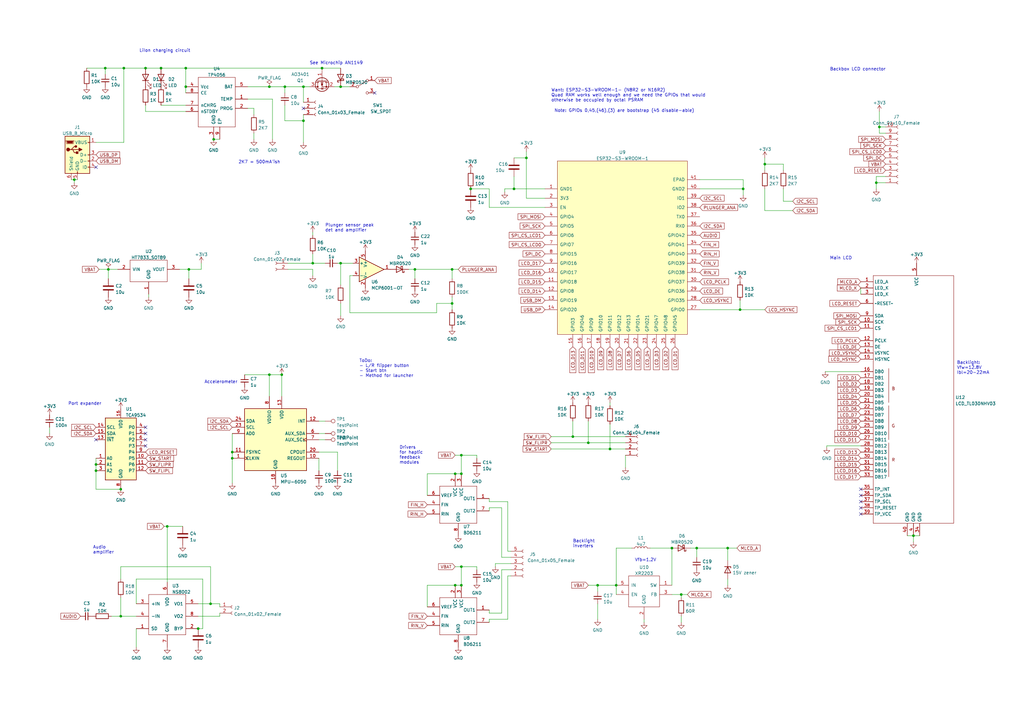
<source format=kicad_sch>
(kicad_sch (version 20230121) (generator eeschema)
  (paper "A3")
  (junction (at 189.23 240.03))
  (junction (at 124.46 35.56))
  (junction (at 110.49 35.56))
  (junction (at 30.48 73.66))
  (junction (at 95.25 187.96))
  (junction (at 86.36 247.65))
  (junction (at 76.2 35.56))
  (junction (at 185.42 124.46))
  (junction (at 139.7 35.56))
  (junction (at 245.11 240.03))
  (junction (at 43.18 27.94))
  (junction (at 279.4 243.84))
  (junction (at 116.84 35.56))
  (junction (at 128.27 107.95))
  (junction (at 77.47 110.49))
  (junction (at 241.3 181.61))
  (junction (at 95.25 185.42))
  (junction (at 186.69 240.03))
  (junction (at 115.57 153.67))
  (junction (at 66.04 27.94))
  (junction (at 39.37 190.5))
  (junction (at 110.49 153.67))
  (junction (at 285.75 224.79))
  (junction (at 59.69 27.94))
  (junction (at 210.82 77.47))
  (junction (at 50.8 27.94))
  (junction (at 250.19 184.15))
  (junction (at 132.08 27.94))
  (junction (at 49.53 252.73))
  (junction (at 193.04 77.47))
  (junction (at 215.9 64.77))
  (junction (at 374.65 219.71))
  (junction (at 189.23 232.41))
  (junction (at 252.73 240.03))
  (junction (at 298.45 224.79))
  (junction (at 360.68 52.07))
  (junction (at 189.23 194.31))
  (junction (at 170.18 110.49))
  (junction (at 303.53 127))
  (junction (at 124.46 49.53))
  (junction (at 39.37 193.04))
  (junction (at 313.69 67.31))
  (junction (at 189.23 186.69))
  (junction (at 49.53 200.66))
  (junction (at 234.95 179.07))
  (junction (at 186.69 194.31))
  (junction (at 44.45 110.49))
  (junction (at 275.59 224.79))
  (junction (at 87.63 57.15))
  (junction (at 185.42 110.49))
  (junction (at 304.8 77.47))
  (junction (at 359.41 74.93))
  (junction (at 76.2 27.94))
  (junction (at 68.58 215.9))
  (junction (at 81.28 257.81))
  (junction (at 139.7 107.95))
  (no_connect (at 153.67 38.1))
  (no_connect (at 59.69 177.8))
  (no_connect (at 59.69 182.88))
  (no_connect (at 59.69 180.34))
  (no_connect (at 353.06 200.66))
  (no_connect (at 353.06 203.2))
  (no_connect (at 353.06 205.74))
  (no_connect (at 353.06 208.28))
  (no_connect (at 353.06 210.82))
  (no_connect (at 39.37 180.34))
  (no_connect (at 124.46 44.45))
  (no_connect (at 39.37 68.58))
  (no_connect (at 59.69 175.26))
  (wire (pts (xy 116.84 49.53) (xy 124.46 49.53)))
  (wire (pts (xy 303.53 127) (xy 313.69 127)))
  (wire (pts (xy 39.37 58.42) (xy 50.8 58.42)))
  (wire (pts (xy 77.47 110.49) (xy 77.47 114.3)))
  (wire (pts (xy 137.16 35.56) (xy 139.7 35.56)))
  (wire (pts (xy 234.95 179.07) (xy 256.54 179.07)))
  (wire (pts (xy 175.26 203.2) (xy 175.26 194.31)))
  (wire (pts (xy 205.74 208.28) (xy 205.74 228.6)))
  (wire (pts (xy 76.2 27.94) (xy 132.08 27.94)))
  (wire (pts (xy 363.22 52.07) (xy 360.68 52.07)))
  (wire (pts (xy 179.07 124.46) (xy 179.07 128.27)))
  (wire (pts (xy 128.27 95.25) (xy 128.27 96.52)))
  (wire (pts (xy 139.7 107.95) (xy 139.7 116.84)))
  (wire (pts (xy 186.69 240.03) (xy 189.23 240.03)))
  (wire (pts (xy 241.3 172.72) (xy 241.3 181.61)))
  (wire (pts (xy 210.82 64.77) (xy 215.9 64.77)))
  (wire (pts (xy 321.31 77.47) (xy 321.31 82.55)))
  (wire (pts (xy 87.63 57.15) (xy 90.17 57.15)))
  (wire (pts (xy 205.74 251.46) (xy 205.74 233.68)))
  (wire (pts (xy 298.45 237.49) (xy 298.45 240.03)))
  (wire (pts (xy 86.36 232.41) (xy 86.36 247.65)))
  (wire (pts (xy 374.65 219.71) (xy 374.65 222.25)))
  (wire (pts (xy 67.31 215.9) (xy 68.58 215.9)))
  (wire (pts (xy 252.73 240.03) (xy 252.73 243.84)))
  (wire (pts (xy 55.88 237.49) (xy 83.185 237.49)))
  (wire (pts (xy 139.7 124.46) (xy 139.7 129.54)))
  (wire (pts (xy 287.02 127) (xy 303.53 127)))
  (wire (pts (xy 200.66 85.09) (xy 223.52 85.09)))
  (wire (pts (xy 49.53 232.41) (xy 86.36 232.41)))
  (wire (pts (xy 205.74 233.68) (xy 209.55 233.68)))
  (wire (pts (xy 139.7 107.95) (xy 144.78 107.95)))
  (wire (pts (xy 205.74 228.6) (xy 209.55 228.6)))
  (wire (pts (xy 200.66 205.74) (xy 208.28 205.74)))
  (wire (pts (xy 203.2 231.14) (xy 209.55 231.14)))
  (wire (pts (xy 130.81 187.96) (xy 130.81 193.04)))
  (wire (pts (xy 200.66 209.55) (xy 200.66 208.28)))
  (wire (pts (xy 321.31 67.31) (xy 321.31 69.85)))
  (wire (pts (xy 200.66 254) (xy 208.28 254)))
  (wire (pts (xy 66.04 43.18) (xy 76.2 43.18)))
  (wire (pts (xy 50.8 58.42) (xy 50.8 27.94)))
  (wire (pts (xy 208.28 254) (xy 208.28 236.22)))
  (wire (pts (xy 185.42 110.49) (xy 170.18 110.49)))
  (wire (pts (xy 116.84 43.18) (xy 116.84 49.53)))
  (wire (pts (xy 279.4 252.73) (xy 279.4 255.27)))
  (wire (pts (xy 118.11 107.95) (xy 128.27 107.95)))
  (wire (pts (xy 110.49 153.67) (xy 110.49 162.56)))
  (wire (pts (xy 304.8 73.66) (xy 304.8 77.47)))
  (wire (pts (xy 86.36 247.65) (xy 90.17 247.65)))
  (wire (pts (xy 223.52 77.47) (xy 210.82 77.47)))
  (wire (pts (xy 124.46 58.42) (xy 124.46 49.53)))
  (wire (pts (xy 186.69 194.31) (xy 189.23 194.31)))
  (wire (pts (xy 313.69 67.31) (xy 313.69 69.85)))
  (wire (pts (xy 186.69 186.69) (xy 189.23 186.69)))
  (wire (pts (xy 245.11 247.65) (xy 245.11 254)))
  (wire (pts (xy 35.56 27.94) (xy 43.18 27.94)))
  (wire (pts (xy 360.68 54.61) (xy 363.22 54.61)))
  (wire (pts (xy 76.2 45.72) (xy 59.69 45.72)))
  (wire (pts (xy 76.2 27.94) (xy 76.2 35.56)))
  (wire (pts (xy 44.45 110.49) (xy 44.45 114.3)))
  (wire (pts (xy 189.23 232.41) (xy 189.23 240.03)))
  (wire (pts (xy 195.58 232.41) (xy 189.23 232.41)))
  (wire (pts (xy 143.51 128.27) (xy 143.51 113.03)))
  (wire (pts (xy 226.06 181.61) (xy 241.3 181.61)))
  (wire (pts (xy 360.68 45.72) (xy 360.68 52.07)))
  (wire (pts (xy 223.52 81.28) (xy 215.9 81.28)))
  (wire (pts (xy 55.88 265.43) (xy 55.88 257.81)))
  (wire (pts (xy 298.45 224.79) (xy 302.26 224.79)))
  (wire (pts (xy 215.9 81.28) (xy 215.9 64.77)))
  (wire (pts (xy 59.69 27.94) (xy 66.04 27.94)))
  (wire (pts (xy 143.51 113.03) (xy 144.78 113.03)))
  (wire (pts (xy 303.53 123.19) (xy 303.53 127)))
  (wire (pts (xy 170.18 110.49) (xy 170.18 114.3)))
  (wire (pts (xy 200.66 85.09) (xy 200.66 77.47)))
  (wire (pts (xy 128.27 104.14) (xy 128.27 107.95)))
  (wire (pts (xy 200.66 255.27) (xy 200.66 254)))
  (wire (pts (xy 285.75 224.79) (xy 298.45 224.79)))
  (wire (pts (xy 95.25 187.96) (xy 95.25 198.12)))
  (wire (pts (xy 40.64 110.49) (xy 44.45 110.49)))
  (wire (pts (xy 110.49 153.67) (xy 115.57 153.67)))
  (wire (pts (xy 226.06 184.15) (xy 250.19 184.15)))
  (wire (pts (xy 29.21 73.66) (xy 30.48 73.66)))
  (wire (pts (xy 359.41 77.47) (xy 359.41 74.93)))
  (wire (pts (xy 49.53 200.66) (xy 39.37 200.66)))
  (wire (pts (xy 245.11 240.03) (xy 245.11 242.57)))
  (wire (pts (xy 275.59 243.84) (xy 279.4 243.84)))
  (wire (pts (xy 264.16 254) (xy 264.16 255.27)))
  (wire (pts (xy 81.28 247.65) (xy 86.36 247.65)))
  (wire (pts (xy 68.58 215.9) (xy 74.93 215.9)))
  (wire (pts (xy 250.19 184.15) (xy 256.54 184.15)))
  (wire (pts (xy 20.32 175.26) (xy 20.32 177.8)))
  (wire (pts (xy 132.08 27.94) (xy 139.7 27.94)))
  (wire (pts (xy 124.46 46.99) (xy 124.46 49.53)))
  (wire (pts (xy 55.88 247.65) (xy 55.88 237.49)))
  (wire (pts (xy 313.69 64.77) (xy 313.69 67.31)))
  (wire (pts (xy 82.55 110.49) (xy 82.55 107.95)))
  (wire (pts (xy 338.455 152.4) (xy 353.06 152.4)))
  (wire (pts (xy 45.72 252.73) (xy 49.53 252.73)))
  (wire (pts (xy 175.26 194.31) (xy 186.69 194.31)))
  (wire (pts (xy 39.37 187.96) (xy 39.37 190.5)))
  (wire (pts (xy 195.58 233.68) (xy 195.58 232.41)))
  (wire (pts (xy 39.37 200.66) (xy 39.37 193.04)))
  (wire (pts (xy 210.82 72.39) (xy 210.82 77.47)))
  (wire (pts (xy 77.47 110.49) (xy 82.55 110.49)))
  (wire (pts (xy 90.17 252.73) (xy 90.17 251.46)))
  (wire (pts (xy 49.53 252.73) (xy 55.88 252.73)))
  (wire (pts (xy 101.6 44.45) (xy 104.14 44.45)))
  (wire (pts (xy 138.43 185.42) (xy 138.43 193.04)))
  (wire (pts (xy 279.4 245.11) (xy 279.4 243.84)))
  (wire (pts (xy 124.46 35.56) (xy 127 35.56)))
  (wire (pts (xy 128.27 107.95) (xy 133.35 107.95)))
  (wire (pts (xy 304.8 77.47) (xy 304.8 80.01)))
  (wire (pts (xy 275.59 224.79) (xy 275.59 240.03)))
  (wire (pts (xy 81.28 252.73) (xy 90.17 252.73)))
  (wire (pts (xy 66.04 27.94) (xy 76.2 27.94)))
  (wire (pts (xy 68.58 215.9) (xy 68.58 238.76)))
  (wire (pts (xy 241.3 240.03) (xy 245.11 240.03)))
  (wire (pts (xy 313.69 86.36) (xy 325.12 86.36)))
  (wire (pts (xy 195.58 187.96) (xy 195.58 186.69)))
  (wire (pts (xy 250.19 165.1) (xy 250.19 166.37)))
  (wire (pts (xy 138.43 185.42) (xy 130.81 185.42)))
  (wire (pts (xy 363.22 72.39) (xy 359.41 72.39)))
  (wire (pts (xy 118.11 110.49) (xy 128.27 110.49)))
  (wire (pts (xy 95.25 177.8) (xy 95.25 185.42)))
  (wire (pts (xy 208.28 226.06) (xy 208.28 205.74)))
  (wire (pts (xy 111.76 57.15) (xy 111.76 40.64)))
  (wire (pts (xy 245.11 240.03) (xy 252.73 240.03)))
  (wire (pts (xy 104.14 44.45) (xy 104.14 46.99)))
  (wire (pts (xy 234.95 172.72) (xy 234.95 179.07)))
  (wire (pts (xy 130.81 172.72) (xy 133.35 172.72)))
  (wire (pts (xy 360.68 52.07) (xy 360.68 54.61)))
  (wire (pts (xy 215.9 64.77) (xy 215.9 62.23)))
  (wire (pts (xy 185.42 124.46) (xy 179.07 124.46)))
  (wire (pts (xy 104.14 54.61) (xy 104.14 57.15)))
  (wire (pts (xy 186.69 232.41) (xy 189.23 232.41)))
  (wire (pts (xy 167.64 110.49) (xy 170.18 110.49)))
  (wire (pts (xy 100.33 153.67) (xy 110.49 153.67)))
  (wire (pts (xy 208.28 236.22) (xy 209.55 236.22)))
  (wire (pts (xy 372.11 219.71) (xy 374.65 219.71)))
  (wire (pts (xy 374.65 219.71) (xy 377.19 219.71)))
  (wire (pts (xy 76.2 35.56) (xy 76.2 38.1)))
  (wire (pts (xy 50.8 27.94) (xy 59.69 27.94)))
  (wire (pts (xy 200.66 204.47) (xy 200.66 205.74)))
  (wire (pts (xy 298.45 224.79) (xy 298.45 229.87)))
  (wire (pts (xy 226.06 179.07) (xy 234.95 179.07)))
  (wire (pts (xy 73.66 110.49) (xy 77.47 110.49)))
  (wire (pts (xy 59.69 45.72) (xy 59.69 43.18)))
  (wire (pts (xy 90.17 247.65) (xy 90.17 248.92)))
  (wire (pts (xy 241.3 181.61) (xy 256.54 181.61)))
  (wire (pts (xy 285.75 224.79) (xy 285.75 228.6)))
  (wire (pts (xy 287.02 77.47) (xy 304.8 77.47)))
  (wire (pts (xy 209.55 226.06) (xy 208.28 226.06)))
  (wire (pts (xy 43.18 27.94) (xy 50.8 27.94)))
  (wire (pts (xy 185.42 110.49) (xy 187.96 110.49)))
  (wire (pts (xy 195.58 186.69) (xy 189.23 186.69)))
  (wire (pts (xy 83.185 237.49) (xy 83.185 257.81)))
  (wire (pts (xy 252.73 224.79) (xy 252.73 240.03)))
  (wire (pts (xy 39.37 190.5) (xy 39.37 193.04)))
  (wire (pts (xy 283.21 224.79) (xy 285.75 224.79)))
  (wire (pts (xy 175.26 248.92) (xy 175.26 240.03)))
  (wire (pts (xy 124.46 35.56) (xy 124.46 41.91)))
  (wire (pts (xy 49.53 245.11) (xy 49.53 252.73)))
  (wire (pts (xy 353.06 182.88) (xy 339.09 182.88)))
  (wire (pts (xy 110.49 35.56) (xy 116.84 35.56)))
  (wire (pts (xy 200.66 251.46) (xy 205.74 251.46)))
  (wire (pts (xy 266.7 224.79) (xy 275.59 224.79)))
  (wire (pts (xy 359.41 74.93) (xy 363.22 74.93)))
  (wire (pts (xy 83.185 257.81) (xy 81.28 257.81)))
  (wire (pts (xy 185.42 124.46) (xy 185.42 127)))
  (wire (pts (xy 200.66 250.19) (xy 200.66 251.46)))
  (wire (pts (xy 30.48 73.66) (xy 31.75 73.66)))
  (wire (pts (xy 130.81 177.8) (xy 133.35 177.8)))
  (wire (pts (xy 256.54 186.69) (xy 256.54 191.77)))
  (wire (pts (xy 49.53 237.49) (xy 49.53 232.41)))
  (wire (pts (xy 313.69 67.31) (xy 321.31 67.31)))
  (wire (pts (xy 339.09 182.88) (xy 339.09 183.515)))
  (wire (pts (xy 101.6 35.56) (xy 110.49 35.56)))
  (wire (pts (xy 200.66 208.28) (xy 205.74 208.28)))
  (wire (pts (xy 185.42 121.92) (xy 185.42 124.46)))
  (wire (pts (xy 313.69 77.47) (xy 313.69 86.36)))
  (wire (pts (xy 116.84 35.56) (xy 116.84 38.1)))
  (wire (pts (xy 130.81 180.34) (xy 133.35 180.34)))
  (wire (pts (xy 116.84 35.56) (xy 124.46 35.56)))
  (wire (pts (xy 210.82 77.47) (xy 207.01 77.47)))
  (wire (pts (xy 179.07 128.27) (xy 143.51 128.27)))
  (wire (pts (xy 43.18 30.48) (xy 43.18 27.94)))
  (wire (pts (xy 189.23 186.69) (xy 189.23 194.31)))
  (wire (pts (xy 185.42 114.3) (xy 185.42 110.49)))
  (wire (pts (xy 175.26 240.03) (xy 186.69 240.03)))
  (wire (pts (xy 111.76 40.64) (xy 101.6 40.64)))
  (wire (pts (xy 287.02 73.66) (xy 304.8 73.66)))
  (wire (pts (xy 250.19 173.99) (xy 250.19 184.15)))
  (wire (pts (xy 359.41 72.39) (xy 359.41 74.93)))
  (wire (pts (xy 321.31 82.55) (xy 325.12 82.55)))
  (wire (pts (xy 30.48 73.66) (xy 30.48 74.93)))
  (wire (pts (xy 200.66 77.47) (xy 193.04 77.47)))
  (wire (pts (xy 115.57 153.67) (xy 115.57 162.56)))
  (wire (pts (xy 138.43 107.95) (xy 139.7 107.95)))
  (wire (pts (xy 60.96 120.65) (xy 60.96 121.92)))
  (wire (pts (xy 128.27 110.49) (xy 128.27 113.03)))
  (wire (pts (xy 207.01 77.47) (xy 207.01 78.74)))
  (wire (pts (xy 353.06 118.11) (xy 353.06 120.65)))
  (wire (pts (xy 203.2 232.41) (xy 203.2 231.14)))
  (wire (pts (xy 279.4 243.84) (xy 281.94 243.84)))
  (wire (pts (xy 259.08 224.79) (xy 252.73 224.79)))
  (wire (pts (xy 95.25 185.42) (xy 95.25 187.96)))
  (wire (pts (xy 139.7 35.56) (xy 143.51 35.56)))
  (wire (pts (xy 44.45 110.49) (xy 48.26 110.49)))
  (text "Plunger sensor peak \ndet and amplifier" (at 133.35 95.25 0) (effects (font (size 1.27 1.27)) (justify left bottom)))
  (text "Port expander" (at 27.94 166.37 0) (effects (font (size 1.27 1.27)) (justify left bottom)))
  (text "Backbox LCD connector" (at 340.36 29.21 0) (effects (font (size 1.27 1.27)) (justify left bottom)))
  (text "ToDo:\n- L/R flipper button\n- Start btn\n- Method for launcher" (at 147.32 154.94 0) (effects (font (size 1.27 1.27)) (justify left bottom)))
  (text "Vfb=1.2V" (at 260.35 230.505 0) (effects (font (size 1.27 1.27)) (justify left bottom)))
  (text "Backlight\ninverters" (at 234.95 224.79 0) (effects (font (size 1.27 1.27)) (justify left bottom)))
  (text "LiIon charging circuit" (at 57.15 21.59 0) (effects (font (size 1.27 1.27)) (justify left bottom)))
  (text "Main LCD" (at 340.36 106.68 0) (effects (font (size 1.27 1.27)) (justify left bottom)))
  (text "Accelerometer" (at 83.82 157.48 0) (effects (font (size 1.27 1.27)) (justify left bottom)))
  (text "2K7 = 500mA'ish" (at 97.79 67.31 0) (effects (font (size 1.27 1.27)) (justify left bottom)))
  (text "Audio\namplifier" (at 38.1 227.33 0) (effects (font (size 1.27 1.27)) (justify left bottom)))
  (text "Want: ESP32-S3-WROOM-1- (N8R2 or N16R2)\nQuad RAM works well enough and we need the GPIOs that would\notherwise be occupied by octal PSRAM" (at 226.06 41.91 0) (effects (font (size 1.27 1.27)) (justify left bottom)))
  (text "Backlight:\nVfw=12.8V\nIbl=20-22mA" (at 392.43 153.67 0) (effects (font (size 1.27 1.27)) (justify left bottom)))
  (text "Drivers\nfor haptic\nfeedback\nmodules" (at 163.83 190.5 0) (effects (font (size 1.27 1.27)) (justify left bottom)))
  (text "See Microchip AN1149" (at 127 26.67 0) (effects (font (size 1.27 1.27)) (justify left bottom)))
  (text "Note: GPIOs 0,45,(46),(3) are bootstrap (45 disable-able)\n\n" (at 227.33 48.26 0) (effects (font (size 1.27 1.27)) (justify left bottom)))
  (global_label "SPI_SCK" (shape input) (at 223.52 92.71 180) (property "Intersheetrefs" "${INTERSHEET_REFS}" (effects hide)))
  (global_label "LCD_D7" (shape input) (at 254 142.24 270) (property "Intersheetrefs" "${INTERSHEET_REFS}" (effects hide)))
  (global_label "LCD_D2" (shape input) (at 273.05 142.24 270) (property "Intersheetrefs" "${INTERSHEET_REFS}" (effects hide)))
  (global_label "LCD_D15" (shape input) (at 353.06 190.5 180) (property "Intersheetrefs" "${INTERSHEET_REFS}" (effects hide)))
  (global_label "SPI_MOSI" (shape input) (at 353.06 129.54 180) (property "Intersheetrefs" "${INTERSHEET_REFS}" (effects hide)))
  (global_label "MLCD_K" (shape input) (at 281.94 243.84 0) (property "Intersheetrefs" "${INTERSHEET_REFS}" (effects hide)))
  (global_label "I2C_SDA" (shape input) (at 287.02 92.71 0) (property "Intersheetrefs" "${INTERSHEET_REFS}" (effects hide)))
  (global_label "LCD_VSYNC" (shape input) (at 287.02 123.19 0) (property "Intersheetrefs" "${INTERSHEET_REFS}" (effects hide)))
  (global_label "LCD_D10" (shape input) (at 353.06 177.8 180) (property "Intersheetrefs" "${INTERSHEET_REFS}" (effects hide)))
  (global_label "LCD_D17" (shape input) (at 223.52 107.95 180) (property "Intersheetrefs" "${INTERSHEET_REFS}" (effects hide)))
  (global_label "LCD_RESET" (shape input) (at 59.69 185.42 0) (property "Intersheetrefs" "${INTERSHEET_REFS}" (effects hide)))
  (global_label "I2C_SCL" (shape input) (at 287.02 81.28 0) (property "Intersheetrefs" "${INTERSHEET_REFS}" (effects hide)))
  (global_label "LCD_D4" (shape input) (at 353.06 162.56 180) (property "Intersheetrefs" "${INTERSHEET_REFS}" (effects hide)))
  (global_label "LCD_D9" (shape input) (at 353.06 175.26 180) (property "Intersheetrefs" "${INTERSHEET_REFS}" (effects hide)))
  (global_label "SPI_DC" (shape input) (at 363.22 64.77 180) (property "Intersheetrefs" "${INTERSHEET_REFS}" (effects hide)))
  (global_label "PLUNGER_ANA" (shape input) (at 187.96 110.49 0) (property "Intersheetrefs" "${INTERSHEET_REFS}" (effects hide)))
  (global_label "LCD_D3" (shape input) (at 269.24 142.24 270) (property "Intersheetrefs" "${INTERSHEET_REFS}" (effects hide)))
  (global_label "AUDIO" (shape input) (at 287.02 96.52 0) (property "Intersheetrefs" "${INTERSHEET_REFS}" (effects hide)))
  (global_label "LCD_PCLK" (shape input) (at 287.02 115.57 0) (property "Intersheetrefs" "${INTERSHEET_REFS}" (effects hide)))
  (global_label "FIN_V" (shape input) (at 287.02 107.95 0) (property "Intersheetrefs" "${INTERSHEET_REFS}" (effects hide)))
  (global_label "LCD_D9" (shape input) (at 246.38 142.24 270) (property "Intersheetrefs" "${INTERSHEET_REFS}" (effects hide)))
  (global_label "MLCD_A" (shape input) (at 302.26 224.79 0) (property "Intersheetrefs" "${INTERSHEET_REFS}" (effects hide)))
  (global_label "FIN_H" (shape input) (at 287.02 100.33 0) (property "Intersheetrefs" "${INTERSHEET_REFS}" (effects hide)))
  (global_label "LCD_D13" (shape input) (at 234.95 142.24 270) (property "Intersheetrefs" "${INTERSHEET_REFS}" (effects hide)))
  (global_label "LCD_D11" (shape input) (at 238.76 142.24 270) (property "Intersheetrefs" "${INTERSHEET_REFS}" (effects hide)))
  (global_label "SPI_DC" (shape input) (at 223.52 104.14 180) (property "Intersheetrefs" "${INTERSHEET_REFS}" (effects hide)))
  (global_label "LCD_DE" (shape input) (at 353.06 142.24 180) (property "Intersheetrefs" "${INTERSHEET_REFS}" (effects hide)))
  (global_label "LCD_D1" (shape input) (at 276.86 142.24 270) (property "Intersheetrefs" "${INTERSHEET_REFS}" (effects hide)))
  (global_label "LCD_DE" (shape input) (at 287.02 119.38 0) (property "Intersheetrefs" "${INTERSHEET_REFS}" (effects hide)))
  (global_label "SPI_CS_LCD1" (shape input) (at 223.52 96.52 180) (property "Intersheetrefs" "${INTERSHEET_REFS}" (effects hide)))
  (global_label "SPI_SCK" (shape input) (at 363.22 59.69 180) (property "Intersheetrefs" "${INTERSHEET_REFS}" (effects hide)))
  (global_label "RIN_V" (shape input) (at 175.26 256.54 180) (property "Intersheetrefs" "${INTERSHEET_REFS}" (effects hide)))
  (global_label "SW_START" (shape input) (at 59.69 187.96 0) (property "Intersheetrefs" "${INTERSHEET_REFS}" (effects hide)))
  (global_label "MLCD_K" (shape input) (at 353.06 118.11 180) (property "Intersheetrefs" "${INTERSHEET_REFS}" (effects hide)))
  (global_label "LCD_D7" (shape input) (at 353.06 170.18 180) (property "Intersheetrefs" "${INTERSHEET_REFS}" (effects hide)))
  (global_label "USB_DP" (shape input) (at 223.52 127 180) (property "Intersheetrefs" "${INTERSHEET_REFS}" (effects hide)))
  (global_label "AUDIO" (shape input) (at 33.02 252.73 180) (property "Intersheetrefs" "${INTERSHEET_REFS}" (effects hide)))
  (global_label "LCD_D16" (shape input) (at 353.06 193.04 180) (property "Intersheetrefs" "${INTERSHEET_REFS}" (effects hide)))
  (global_label "LCD_D10" (shape input) (at 242.57 142.24 270) (property "Intersheetrefs" "${INTERSHEET_REFS}" (effects hide)))
  (global_label "LCD_D13" (shape input) (at 353.06 185.42 180) (property "Intersheetrefs" "${INTERSHEET_REFS}" (effects hide)))
  (global_label "LCD_PCLK" (shape input) (at 353.06 139.7 180) (property "Intersheetrefs" "${INTERSHEET_REFS}" (effects hide)))
  (global_label "I2C_SCL" (shape input) (at 39.37 175.26 180) (property "Intersheetrefs" "${INTERSHEET_REFS}" (effects hide)))
  (global_label "USB_DM" (shape input) (at 39.37 66.04 0) (property "Intersheetrefs" "${INTERSHEET_REFS}" (effects hide)))
  (global_label "SW_FLIPL" (shape input) (at 59.69 193.04 0) (property "Intersheetrefs" "${INTERSHEET_REFS}" (effects hide)))
  (global_label "LCD_D8" (shape input) (at 250.19 142.24 270) (property "Intersheetrefs" "${INTERSHEET_REFS}" (effects hide)))
  (global_label "LCD_D6" (shape input) (at 353.06 167.64 180) (property "Intersheetrefs" "${INTERSHEET_REFS}" (effects hide)))
  (global_label "LCD_D3" (shape input) (at 353.06 160.02 180) (property "Intersheetrefs" "${INTERSHEET_REFS}" (effects hide)))
  (global_label "LCD_D16" (shape input) (at 223.52 111.76 180) (property "Intersheetrefs" "${INTERSHEET_REFS}" (effects hide)))
  (global_label "LCD_D2" (shape input) (at 353.06 157.48 180) (property "Intersheetrefs" "${INTERSHEET_REFS}" (effects hide)))
  (global_label "MLCD_A" (shape input) (at 353.06 115.57 180) (property "Intersheetrefs" "${INTERSHEET_REFS}" (effects hide)))
  (global_label "SPI_MOSI" (shape input) (at 363.22 57.15 180) (property "Intersheetrefs" "${INTERSHEET_REFS}" (effects hide)))
  (global_label "I2C_SCL" (shape input) (at 325.12 82.55 0) (property "Intersheetrefs" "${INTERSHEET_REFS}" (effects hide)))
  (global_label "LCD_RESET" (shape input) (at 363.22 69.85 180) (property "Intersheetrefs" "${INTERSHEET_REFS}" (effects hide)))
  (global_label "USB_DP" (shape input) (at 39.37 63.5 0) (property "Intersheetrefs" "${INTERSHEET_REFS}" (effects hide)))
  (global_label "SW_FLIPR" (shape input) (at 226.06 181.61 180) (property "Intersheetrefs" "${INTERSHEET_REFS}" (effects hide)))
  (global_label "LCD_D5" (shape input) (at 261.62 142.24 270) (property "Intersheetrefs" "${INTERSHEET_REFS}" (effects hide)))
  (global_label "SPI_CS_LCD0" (shape input) (at 363.22 62.23 180) (property "Intersheetrefs" "${INTERSHEET_REFS}" (effects hide)))
  (global_label "I2C_SDA" (shape input) (at 325.12 86.36 0) (property "Intersheetrefs" "${INTERSHEET_REFS}" (effects hide)))
  (global_label "LCD_D4" (shape input) (at 265.43 142.24 270) (property "Intersheetrefs" "${INTERSHEET_REFS}" (effects hide)))
  (global_label "PLUNGER_ANA" (shape input) (at 287.02 85.09 0) (property "Intersheetrefs" "${INTERSHEET_REFS}" (effects hide)))
  (global_label "RIN_H" (shape input) (at 287.02 104.14 0) (property "Intersheetrefs" "${INTERSHEET_REFS}" (effects hide)))
  (global_label "LCD_D1" (shape input) (at 353.06 154.94 180) (property "Intersheetrefs" "${INTERSHEET_REFS}" (effects hide)))
  (global_label "I2C_SDA" (shape input) (at 95.25 172.72 180) (property "Intersheetrefs" "${INTERSHEET_REFS}" (effects hide)))
  (global_label "SW_FLIPR" (shape input) (at 59.69 190.5 0) (property "Intersheetrefs" "${INTERSHEET_REFS}" (effects hide)))
  (global_label "FIN_H" (shape input) (at 175.26 207.01 180) (property "Intersheetrefs" "${INTERSHEET_REFS}" (effects hide)))
  (global_label "SW_FLIPL" (shape input) (at 226.06 179.07 180) (property "Intersheetrefs" "${INTERSHEET_REFS}" (effects hide)))
  (global_label "VBAT" (shape input) (at 186.69 186.69 180) (property "Intersheetrefs" "${INTERSHEET_REFS}" (effects hide)))
  (global_label "VBAT" (shape input) (at 153.67 33.02 0) (property "Intersheetrefs" "${INTERSHEET_REFS}" (effects hide)))
  (global_label "SPI_CS_LCD1" (shape input) (at 353.06 134.62 180) (property "Intersheetrefs" "${INTERSHEET_REFS}" (effects hide)))
  (global_label "LCD_HSYNC" (shape input) (at 353.06 147.32 180) (property "Intersheetrefs" "${INTERSHEET_REFS}" (effects hide)))
  (global_label "LCD_D6" (shape input) (at 257.81 142.24 270) (property "Intersheetrefs" "${INTERSHEET_REFS}" (effects hide)))
  (global_label "LCD_D8" (shape input) (at 353.06 172.72 180) (property "Intersheetrefs" "${INTERSHEET_REFS}" (effects hide)))
  (global_label "VBAT" (shape input) (at 40.64 110.49 180) (property "Intersheetrefs" "${INTERSHEET_REFS}" (effects hide)))
  (global_label "LCD_D11" (shape input) (at 353.06 180.34 180) (property "Intersheetrefs" "${INTERSHEET_REFS}" (effects hide)))
  (global_label "LCD_D14" (shape input) (at 353.06 187.96 180) (property "Intersheetrefs" "${INTERSHEET_REFS}" (effects hide)))
  (global_label "LCD_RESET" (shape input) (at 353.06 124.46 180) (property "Intersheetrefs" "${INTERSHEET_REFS}" (effects hide)))
  (global_label "RIN_H" (shape input) (at 175.26 210.82 180) (property "Intersheetrefs" "${INTERSHEET_REFS}" (effects hide)))
  (global_label "SPI_CS_LCD0" (shape input) (at 223.52 100.33 180) (property "Intersheetrefs" "${INTERSHEET_REFS}" (effects hide)))
  (global_label "USB_DM" (shape input) (at 223.52 123.19 180) (property "Intersheetrefs" "${INTERSHEET_REFS}" (effects hide)))
  (global_label "LCD_D14" (shape input) (at 223.52 119.38 180) (property "Intersheetrefs" "${INTERSHEET_REFS}" (effects hide)))
  (global_label "RIN_V" (shape input) (at 287.02 111.76 0) (property "Intersheetrefs" "${INTERSHEET_REFS}" (effects hide)))
  (global_label "LCD_D5" (shape input) (at 353.06 165.1 180) (property "Intersheetrefs" "${INTERSHEET_REFS}" (effects hide)))
  (global_label "LCD_VSYNC" (shape input) (at 353.06 144.78 180) (property "Intersheetrefs" "${INTERSHEET_REFS}" (effects hide)))
  (global_label "SPI_SCK" (shape input) (at 353.06 132.08 180) (property "Intersheetrefs" "${INTERSHEET_REFS}" (effects hide)))
  (global_label "LCD_D15" (shape input) (at 223.52 115.57 180) (property "Intersheetrefs" "${INTERSHEET_REFS}" (effects hide)))
  (global_label "LCD_D17" (shape input) (at 353.06 195.58 180) (property "Intersheetrefs" "${INTERSHEET_REFS}" (effects hide)))
  (global_label "LCD_HSYNC" (shape input) (at 313.69 127 0) (property "Intersheetrefs" "${INTERSHEET_REFS}" (effects hide)))
  (global_label "SW_START" (shape input) (at 226.06 184.15 180) (property "Intersheetrefs" "${INTERSHEET_REFS}" (effects hide)))
  (global_label "VBAT" (shape input) (at 67.31 215.9 180) (property "Intersheetrefs" "${INTERSHEET_REFS}" (effects hide)))
  (global_label "VBAT" (shape input) (at 241.3 240.03 180) (property "Intersheetrefs" "${INTERSHEET_REFS}" (effects hide)))
  (global_label "VBAT" (shape input) (at 363.22 67.31 180) (property "Intersheetrefs" "${INTERSHEET_REFS}" (effects hide)))
  (global_label "FIN_V" (shape input) (at 175.26 252.73 180) (property "Intersheetrefs" "${INTERSHEET_REFS}" (effects hide)))
  (global_label "I2C_SDA" (shape input) (at 39.37 177.8 180) (property "Intersheetrefs" "${INTERSHEET_REFS}" (effects hide)))
  (global_label "I2C_SCL" (shape input) (at 95.25 175.26 180) (property "Intersheetrefs" "${INTERSHEET_REFS}" (effects hide)))
  (global_label "VBAT" (shape input) (at 186.69 232.41 180) (property "Intersheetrefs" "${INTERSHEET_REFS}" (effects hide)))
  (global_label "SPI_MOSI" (shape input) (at 223.52 88.9 180) (property "Intersheetrefs" "${INTERSHEET_REFS}" (effects hide)))
  (symbol (lib_id "power:GND") (at 81.28 265.43 0) (unit 1)
    (property "Reference" "#PWR0113" (effects hide))
    (property "Value" "GND" (at 81.28 269.8734 0))
  )
  (symbol (lib_id "Jeroens lib:TP4056") (at 88.9 41.91 0) (unit 1)
    (property "Reference" "U4" (at 88.9 28.1772 0))
    (property "Value" "TP4056" (at 88.9 30.7141 0))
    (property "Footprint" "Package_SO:SOIC-8-1EP_3.9x4.9mm_P1.27mm_EP2.29x3mm" (effects hide))
    (property "Datasheet" "/home/jeroen/pcb/lib-kicad/doc/TP4056.pdf" (effects hide))
  )
  (symbol (lib_id "power:PWR_FLAG") (at 110.49 35.56 0) (unit 1)
    (property "Reference" "#FLG02" (effects hide))
    (property "Value" "PWR_FLAG" (at 110.49 31.9842 0))
  )
  (symbol (lib_id "Device:C_Small") (at 138.43 195.58 0) (unit 1)
    (property "Reference" "C11" (at 140.7541 194.7516 0) (effects (justify left)))
    (property "Value" "2n2" (at 140.7541 197.2885 0) (effects (justify left)))
    (property "Footprint" "Capacitor_SMD:C_0603_1608Metric" (effects hide))
  )
  (symbol (lib_id "power:GND") (at 87.63 57.15 0) (unit 1)
    (property "Reference" "#PWR0123" (effects hide))
    (property "Value" "GND" (at 87.63 61.5934 0))
  )
  (symbol (lib_id "power:+3V3") (at 149.86 102.87 0) (unit 1)
    (property "Reference" "#PWR0107" (effects hide))
    (property "Value" "+3V3" (at 149.86 99.2942 0))
  )
  (symbol (lib_id "power:GND") (at 124.46 58.42 0) (unit 1)
    (property "Reference" "#PWR0101" (effects hide))
    (property "Value" "GND" (at 124.46 62.8634 0))
  )
  (symbol (lib_id "Diode:MBR0520") (at 279.4 224.79 180) (unit 1)
    (property "Reference" "D6" (at 279.7175 219.8202 0))
    (property "Value" "MBR0520" (at 279.7175 222.3571 0))
    (property "Footprint" "Diode_SMD:D_SOD-123" (effects hide))
    (property "Datasheet" "http://www.mccsemi.com/up_pdf/MBR0520~MBR0580(SOD123).pdf" (effects hide))
  )
  (symbol (lib_id "Device:C_Small") (at 35.56 252.73 270) (unit 1)
    (property "Reference" "C3" (at 35.5536 247.4681 90))
    (property "Value" "1u" (at 35.5536 250.005 90))
    (property "Footprint" "Capacitor_SMD:C_0603_1608Metric" (effects hide))
  )
  (symbol (lib_id "power:GND") (at 138.43 198.12 0) (unit 1)
    (property "Reference" "#PWR0114" (effects hide))
    (property "Value" "GND" (at 138.43 202.5634 0))
  )
  (symbol (lib_id "power:GND") (at 285.75 233.68 0) (unit 1)
    (property "Reference" "#PWR0135" (effects hide))
    (property "Value" "GND" (at 285.75 238.1234 0))
  )
  (symbol (lib_id "Device:R") (at 139.7 120.65 0) (unit 1)
    (property "Reference" "R7" (at 133.35 119.38 0) (effects (justify left)))
    (property "Value" "10K" (at 133.35 121.92 0) (effects (justify left)))
    (property "Footprint" "Resistor_SMD:R_0603_1608Metric" (effects hide))
  )
  (symbol (lib_id "power:GND") (at 187.96 219.71 0) (unit 1)
    (property "Reference" "#PWR0140" (effects hide))
    (property "Value" "GND" (at 187.96 224.1534 0))
  )
  (symbol (lib_id "power:+3V3") (at 234.95 165.1 0) (unit 1)
    (property "Reference" "#PWR0136" (effects hide))
    (property "Value" "+3V3" (at 234.95 161.5242 0))
  )
  (symbol (lib_id "power:GND") (at 359.41 77.47 0) (unit 1)
    (property "Reference" "#PWR0145" (effects hide))
    (property "Value" "GND" (at 359.41 81.9134 0))
  )
  (symbol (lib_id "Device:LED") (at 66.04 31.75 90) (unit 1)
    (property "Reference" "D2" (at 68.961 32.5028 90) (effects (justify right)))
    (property "Value" "LED" (at 68.961 35.0397 90) (effects (justify right)))
    (property "Footprint" "LED_SMD:LED_0603_1608Metric" (effects hide))
  )
  (symbol (lib_id "Device:D_Zener") (at 298.45 233.68 270) (unit 1)
    (property "Reference" "D5" (at 300.482 232.4679 90) (effects (justify left)))
    (property "Value" "15V zener" (at 300.482 234.8921 90) (effects (justify left)))
    (property "Footprint" "Diode_SMD:D_MELF" (effects hide))
  )
  (symbol (lib_id "power:GND") (at 195.58 193.04 0) (unit 1)
    (property "Reference" "#PWR0137" (effects hide))
    (property "Value" "GND" (at 195.58 197.4834 0))
  )
  (symbol (lib_id "power:GND") (at 245.11 254 0) (unit 1)
    (property "Reference" "#PWR0154" (effects hide))
    (property "Value" "GND" (at 245.11 258.4434 0))
  )
  (symbol (lib_id "Device:R") (at 41.91 252.73 90) (unit 1)
    (property "Reference" "R2" (at 41.91 248.0142 90))
    (property "Value" "10K" (at 41.91 250.5511 90))
    (property "Footprint" "Resistor_SMD:R_0603_1608Metric" (effects hide))
  )
  (symbol (lib_id "power:GND") (at 95.25 198.12 0) (unit 1)
    (property "Reference" "#PWR0116" (effects hide))
    (property "Value" "GND" (at 95.25 202.5634 0))
  )
  (symbol (lib_id "power:GND") (at 256.54 191.77 0) (unit 1)
    (property "Reference" "#PWR0155" (effects hide))
    (property "Value" "GND" (at 256.54 196.2134 0))
  )
  (symbol (lib_id "Device:C_Small") (at 130.81 195.58 0) (unit 1)
    (property "Reference" "C9" (at 133.1341 194.7516 0) (effects (justify left)))
    (property "Value" "100n" (at 133.1341 197.2885 0) (effects (justify left)))
    (property "Footprint" "Capacitor_SMD:C_0603_1608Metric" (effects hide))
  )
  (symbol (lib_id "power:GND") (at 339.09 183.515 0) (unit 1)
    (property "Reference" "#PWR0149" (effects hide))
    (property "Value" "GND" (at 339.09 187.9584 0))
  )
  (symbol (lib_id "Device:C_Small") (at 245.11 245.11 0) (unit 1)
    (property "Reference" "C17" (at 247.4341 244.2816 0) (effects (justify left)))
    (property "Value" "10u" (at 247.4341 246.8185 0) (effects (justify left)))
    (property "Footprint" "Capacitor_SMD:C_0805_2012Metric" (effects hide))
  )
  (symbol (lib_id "power:GND") (at 185.42 134.62 0) (unit 1)
    (property "Reference" "#PWR0133" (effects hide))
    (property "Value" "GND" (at 185.42 139.0634 0))
  )
  (symbol (lib_id "power:GND") (at 264.16 255.27 0) (unit 1)
    (property "Reference" "#PWR0130" (effects hide))
    (property "Value" "~" (at 264.16 259.7134 0))
  )
  (symbol (lib_id "Jeroens lib:BD6211") (at 187.96 207.01 0) (unit 1)
    (property "Reference" "U7" (at 189.9794 215.9746 0) (effects (justify left)))
    (property "Value" "BD6211" (at 189.9794 218.5115 0) (effects (justify left)))
    (property "Footprint" "Package_SO:SOP-8_3.9x4.9mm_P1.27mm" (effects hide))
    (property "Datasheet" "https://www.farnell.com/datasheets/1599186.pdf" (effects hide))
  )
  (symbol (lib_id "Device:C_Small") (at 195.58 190.5 0) (unit 1)
    (property "Reference" "C14" (at 197.9041 189.6716 0) (effects (justify left)))
    (property "Value" "10u" (at 197.9041 192.2085 0) (effects (justify left)))
    (property "Footprint" "Capacitor_SMD:C_0805_2012Metric" (effects hide))
  )
  (symbol (lib_id "Device:R") (at 185.42 130.81 0) (unit 1)
    (property "Reference" "R9" (at 187.198 129.9753 0) (effects (justify left)))
    (property "Value" "10K" (at 187.198 132.5122 0) (effects (justify left)))
    (property "Footprint" "Resistor_SMD:R_0603_1608Metric" (effects hide))
  )
  (symbol (lib_id "Device:C_Small") (at 135.89 107.95 90) (unit 1)
    (property "Reference" "C10" (at 135.8963 102.6881 90))
    (property "Value" "1u" (at 135.8963 105.225 90))
    (property "Footprint" "Capacitor_SMD:C_0603_1608Metric" (effects hide))
  )
  (symbol (lib_id "power:+3V3") (at 128.27 95.25 0) (unit 1)
    (property "Reference" "#PWR0106" (effects hide))
    (property "Value" "+3V3" (at 128.27 91.6742 0))
  )
  (symbol (lib_id "power:GND") (at 68.58 265.43 0) (unit 1)
    (property "Reference" "#PWR0111" (effects hide))
    (property "Value" "GND" (at 68.58 269.8734 0))
  )
  (symbol (lib_id "power:GND") (at 203.2 232.41 0) (unit 1)
    (property "Reference" "#PWR0160" (effects hide))
    (property "Value" "GND" (at 203.2 236.8534 0))
  )
  (symbol (lib_id "Jeroens lib:AO3401") (at 132.08 33.02 90) (mirror x) (unit 1)
    (property "Reference" "Q1" (at 123.19 33.02 90))
    (property "Value" "AO3401" (at 123.19 30.48 90))
    (property "Footprint" "Package_TO_SOT_SMD:SOT-23" (effects hide))
    (property "Datasheet" "http://www.aosmd.com/res/data_sheets/AO3401.pdf" (effects hide))
  )
  (symbol (lib_id "Sensor_Motion:MPU-6050") (at 113.03 180.34 0) (unit 1)
    (property "Reference" "U5" (at 115.0494 195.0704 0) (effects (justify left)))
    (property "Value" "MPU-6050" (at 115.0494 197.6073 0) (effects (justify left)))
    (property "Footprint" "Sensor_Motion:InvenSense_QFN-24_4x4mm_P0.5mm" (effects hide))
    (property "Datasheet" "https://store.invensense.com/datasheets/invensense/MPU-6050_DataSheet_V3%204.pdf" (effects hide))
  )
  (symbol (lib_id "Connector:Conn_01x03_Female") (at 129.54 44.45 0) (unit 1)
    (property "Reference" "J4" (at 130.2512 43.6153 0) (effects (justify left)))
    (property "Value" "Conn_01x03_Female" (at 130.2512 46.1522 0) (effects (justify left)))
    (property "Footprint" "Connector_JST:JST_PH_B3B-PH-K_1x03_P2.00mm_Vertical" (effects hide))
  )
  (symbol (lib_id "power:GND") (at 139.7 129.54 0) (unit 1)
    (property "Reference" "#PWR0104" (effects hide))
    (property "Value" "GND" (at 139.7 133.9834 0))
  )
  (symbol (lib_id "Interface_Expansion:TCA9534") (at 49.53 182.88 0) (unit 1)
    (property "Reference" "U1" (at 51.5494 167.7502 0) (effects (justify left)))
    (property "Value" "TCA9534" (at 51.5494 170.2871 0) (effects (justify left)))
    (property "Footprint" "Package_SO:TSSOP-16_4.4x5mm_P0.65mm" (effects hide))
    (property "Datasheet" "http://www.ti.com/lit/ds/symlink/tca9534.pdf" (effects hide))
  )
  (symbol (lib_id "power:GND") (at 338.455 152.4 0) (unit 1)
    (property "Reference" "#PWR0150" (effects hide))
    (property "Value" "GND" (at 338.455 156.8434 0))
  )
  (symbol (lib_id "Diode:MBR0520") (at 163.83 110.49 180) (unit 1)
    (property "Reference" "D4" (at 164.1475 105.5202 0))
    (property "Value" "MBR0520" (at 164.1475 108.0571 0))
    (property "Footprint" "Diode_SMD:D_SOD-123" (effects hide))
    (property "Datasheet" "http://www.mccsemi.com/up_pdf/MBR0520~MBR0580(SOD123).pdf" (effects hide))
  )
  (symbol (lib_id "power:GND") (at 128.27 113.03 0) (unit 1)
    (property "Reference" "#PWR0105" (effects hide))
    (property "Value" "GND" (at 128.27 117.4734 0))
  )
  (symbol (lib_id "power:+3V3") (at 193.04 69.85 0) (unit 1)
    (property "Reference" "#PWR0144" (effects hide))
    (property "Value" "+3V3" (at 193.04 66.2742 0))
  )
  (symbol (lib_id "Connector:Conn_01x04_Female") (at 261.62 184.15 0) (mirror x) (unit 1)
    (property "Reference" "J6" (at 260.985 174.913 0))
    (property "Value" "Conn_01x04_Female" (at 260.985 177.4499 0))
    (property "Footprint" "Connector_JST:JST_PH_B4B-PH-K_1x04_P2.00mm_Vertical" (effects hide))
  )
  (symbol (lib_id "Device:C_Small") (at 170.18 116.84 0) (unit 1)
    (property "Reference" "C12" (at 172.5041 116.0116 0) (effects (justify left)))
    (property "Value" "1u" (at 172.5041 118.5485 0) (effects (justify left)))
    (property "Footprint" "Capacitor_SMD:C_0603_1608Metric" (effects hide))
  )
  (symbol (lib_id "Amplifier_Operational:MCP6001-OT") (at 152.4 110.49 0) (unit 1)
    (property "Reference" "U6" (at 153.67 115.57 0))
    (property "Value" "MCP6001-OT" (at 158.75 118.11 0))
    (property "Footprint" "Package_TO_SOT_SMD:SOT-23-5" (effects hide))
    (property "Datasheet" "http://ww1.microchip.com/downloads/en/DeviceDoc/21733j.pdf" (effects hide))
  )
  (symbol (lib_id "Device:C") (at 44.45 118.11 0) (unit 1)
    (property "Reference" "C2" (at 47.371 117.2753 0) (effects (justify left)))
    (property "Value" "10u" (at 47.371 119.8122 0) (effects (justify left)))
    (property "Footprint" "Capacitor_SMD:C_0805_2012Metric" (effects hide))
  )
  (symbol (lib_id "power:+3V3") (at 303.53 115.57 0) (unit 1)
    (property "Reference" "#PWR0151" (effects hide))
    (property "Value" "+3V3" (at 303.53 111.9942 0))
  )
  (symbol (lib_id "power:GND") (at 55.88 265.43 0) (unit 1)
    (property "Reference" "#PWR0112" (effects hide))
    (property "Value" "GND" (at 55.88 269.8734 0))
  )
  (symbol (lib_id "Device:R") (at 234.95 168.91 0) (unit 1)
    (property "Reference" "R16" (at 228.6 167.64 0) (effects (justify left)))
    (property "Value" "10K" (at 228.6 170.18 0) (effects (justify left)))
    (property "Footprint" "Resistor_SMD:R_0603_1608Metric" (effects hide))
  )
  (symbol (lib_id "Device:C_Small") (at 285.75 231.14 0) (unit 1)
    (property "Reference" "C19" (at 288.0741 230.3116 0) (effects (justify left)))
    (property "Value" "10u" (at 288.0741 232.8485 0) (effects (justify left)))
    (property "Footprint" "Capacitor_SMD:C_0805_2012Metric" (effects hide))
  )
  (symbol (lib_id "power:+3V3") (at 360.68 45.72 0) (unit 1)
    (property "Reference" "#PWR0147" (effects hide))
    (property "Value" "+3V3" (at 360.68 42.1442 0))
  )
  (symbol (lib_id "Device:R") (at 49.53 241.3 180) (unit 1)
    (property "Reference" "R18" (at 51.308 240.4653 0) (effects (justify right)))
    (property "Value" "10K" (at 51.308 243.0022 0) (effects (justify right)))
    (property "Footprint" "Resistor_SMD:R_0603_1608Metric" (effects hide))
  )
  (symbol (lib_id "Device:C") (at 210.82 68.58 0) (unit 1)
    (property "Reference" "C16" (at 204.47 67.31 0) (effects (justify left)))
    (property "Value" "10u" (at 203.2 69.85 0) (effects (justify left)))
    (property "Footprint" "Capacitor_SMD:C_0805_2012Metric" (effects hide))
  )
  (symbol (lib_id "power:GND") (at 193.04 85.09 0) (unit 1)
    (property "Reference" "#PWR0143" (effects hide))
    (property "Value" "GND" (at 193.04 89.5334 0))
  )
  (symbol (lib_id "Device:C") (at 81.28 261.62 0) (unit 1)
    (property "Reference" "C6" (at 84.201 260.7853 0) (effects (justify left)))
    (property "Value" "1u" (at 84.201 263.3222 0) (effects (justify left)))
    (property "Footprint" "Capacitor_SMD:C_0603_1608Metric" (effects hide))
  )
  (symbol (lib_id "power:GND") (at 30.48 74.93 0) (unit 1)
    (property "Reference" "#PWR0124" (effects hide))
    (property "Value" "GND" (at 30.48 79.3734 0))
  )
  (symbol (lib_id "Jeroens lib:BD6211") (at 187.96 252.73 0) (unit 1)
    (property "Reference" "U8" (at 189.9794 261.6946 0) (effects (justify left)))
    (property "Value" "BD6211" (at 189.9794 264.2315 0) (effects (justify left)))
    (property "Footprint" "Package_SO:SOP-8_3.9x4.9mm_P1.27mm" (effects hide))
    (property "Datasheet" "https://www.farnell.com/datasheets/1599186.pdf" (effects hide))
  )
  (symbol (lib_id "Device:R") (at 250.19 170.18 0) (unit 1)
    (property "Reference" "R12" (at 251.968 169.3453 0) (effects (justify left)))
    (property "Value" "10K" (at 251.968 171.8822 0) (effects (justify left)))
    (property "Footprint" "Resistor_SMD:R_0603_1608Metric" (effects hide))
  )
  (symbol (lib_id "Device:C_Small") (at 43.18 33.02 0) (unit 1)
    (property "Reference" "C1" (at 45.5041 32.1916 0) (effects (justify left)))
    (property "Value" "10u" (at 45.5041 34.7285 0) (effects (justify left)))
    (property "Footprint" "Capacitor_SMD:C_0805_2012Metric" (effects hide))
  )
  (symbol (lib_id "Device:R") (at 321.31 73.66 0) (unit 1)
    (property "Reference" "R15" (at 323.088 72.8253 0) (effects (justify left)))
    (property "Value" "2K7" (at 323.088 75.3622 0) (effects (justify left)))
    (property "Footprint" "Resistor_SMD:R_0603_1608Metric" (effects hide))
  )
  (symbol (lib_id "Device:R") (at 59.69 39.37 0) (unit 1)
    (property "Reference" "R3" (at 61.468 38.5353 0) (effects (justify left)))
    (property "Value" "1K" (at 61.468 41.0722 0) (effects (justify left)))
    (property "Footprint" "Resistor_SMD:R_0603_1608Metric" (effects hide))
  )
  (symbol (lib_id "power:GND") (at 100.33 158.75 0) (unit 1)
    (property "Reference" "#PWR0109" (effects hide))
    (property "Value" "GND" (at 100.33 163.1934 0))
  )
  (symbol (lib_id "Device:C_Small") (at 100.33 156.21 0) (unit 1)
    (property "Reference" "C7" (at 102.6541 155.3816 0) (effects (justify left)))
    (property "Value" "1u" (at 102.6541 157.9185 0) (effects (justify left)))
    (property "Footprint" "Capacitor_SMD:C_0603_1608Metric" (effects hide))
  )
  (symbol (lib_id "Connector:TestPoint") (at 133.35 177.8 270) (unit 1)
    (property "Reference" "TP2" (at 138.049 176.9653 90) (effects (justify left)))
    (property "Value" "TestPoint" (at 138.049 179.5022 90) (effects (justify left)))
    (property "Footprint" "TestPoint:TestPoint_Pad_1.0x1.0mm" (effects hide))
  )
  (symbol (lib_id "Device:R") (at 104.14 50.8 0) (unit 1)
    (property "Reference" "R5" (at 105.918 49.9653 0) (effects (justify left)))
    (property "Value" "2K7" (at 105.918 52.5022 0) (effects (justify left)))
    (property "Footprint" "Resistor_SMD:R_0603_1608Metric" (effects hide))
  )
  (symbol (lib_id "power:GND") (at 60.96 121.92 0) (unit 1)
    (property "Reference" "#PWR0126" (effects hide))
    (property "Value" "GND" (at 60.96 126.3634 0))
  )
  (symbol (lib_id "power:GND") (at 104.14 57.15 0) (unit 1)
    (property "Reference" "#PWR0102" (effects hide))
    (property "Value" "GND" (at 104.14 61.5934 0))
  )
  (symbol (lib_id "Device:LED") (at 59.69 31.75 90) (unit 1)
    (property "Reference" "D1" (at 62.611 32.5028 90) (effects (justify right)))
    (property "Value" "LED" (at 62.611 35.0397 90) (effects (justify right)))
    (property "Footprint" "LED_SMD:LED_0603_1608Metric" (effects hide))
  )
  (symbol (lib_id "power:GND") (at 44.45 121.92 0) (unit 1)
    (property "Reference" "#PWR0125" (effects hide))
    (property "Value" "GND" (at 44.45 126.3634 0))
  )
  (symbol (lib_id "Device:C_Small") (at 116.84 40.64 0) (unit 1)
    (property "Reference" "C8" (at 119.1641 39.8116 0) (effects (justify left)))
    (property "Value" "10u" (at 119.1641 42.3485 0) (effects (justify left)))
    (property "Footprint" "Capacitor_SMD:C_0805_2012Metric" (effects hide))
  )
  (symbol (lib_id "power:GND") (at 149.86 118.11 0) (unit 1)
    (property "Reference" "#PWR0108" (effects hide))
    (property "Value" "GND" (at 149.86 122.5534 0))
  )
  (symbol (lib_id "power:GND") (at 170.18 100.33 0) (unit 1)
    (property "Reference" "#PWR0159" (effects hide))
    (property "Value" "GND" (at 170.18 104.7734 0))
  )
  (symbol (lib_id "Device:R") (at 193.04 73.66 180) (unit 1)
    (property "Reference" "R10" (at 194.818 72.8253 0) (effects (justify right)))
    (property "Value" "10K" (at 194.818 75.3622 0) (effects (justify right)))
    (property "Footprint" "Resistor_SMD:R_0603_1608Metric" (effects hide))
  )
  (symbol (lib_id "power:GND") (at 279.4 255.27 0) (unit 1)
    (property "Reference" "#PWR0131" (effects hide))
    (property "Value" "GND" (at 279.4 259.7134 0))
  )
  (symbol (lib_id "power:GND") (at 74.93 223.52 0) (unit 1)
    (property "Reference" "#PWR0120" (effects hide))
    (property "Value" "GND" (at 74.93 227.9634 0))
  )
  (symbol (lib_id "power:PWR_FLAG") (at 44.45 110.49 0) (unit 1)
    (property "Reference" "#FLG01" (effects hide))
    (property "Value" "PWR_FLAG" (at 44.45 106.9142 0))
  )
  (symbol (lib_id "Device:R") (at 128.27 100.33 0) (unit 1)
    (property "Reference" "R6" (at 130.048 99.4953 0) (effects (justify left)))
    (property "Value" "10K" (at 130.048 102.0322 0) (effects (justify left)))
    (property "Footprint" "Resistor_SMD:R_0603_1608Metric" (effects hide))
  )
  (symbol (lib_id "power:GND") (at 77.47 121.92 0) (unit 1)
    (property "Reference" "#PWR0127" (effects hide))
    (property "Value" "GND" (at 77.47 126.3634 0))
  )
  (symbol (lib_id "power:GND") (at 113.03 198.12 0) (unit 1)
    (property "Reference" "#PWR0117" (effects hide))
    (property "Value" "GND" (at 113.03 202.5634 0))
  )
  (symbol (lib_id "Jeroens lib:HT7833_SOT89") (at 60.96 110.49 0) (unit 1)
    (property "Reference" "U2" (at 60.96 103.1072 0))
    (property "Value" "HT7833_SOT89" (at 60.96 105.6441 0))
    (property "Footprint" "Package_TO_SOT_SMD:SOT-89-3" (effects hide))
    (property "Datasheet" "http://www.holtek.com.tw/documents/10179/82844a36-1633-498c-a6e3-4d99f2d0f6d7" (effects hide))
  )
  (symbol (lib_id "power:+3V3") (at 170.18 95.25 0) (unit 1)
    (property "Reference" "#PWR0158" (effects hide))
    (property "Value" "+3V3" (at 170.18 91.6742 0))
  )
  (symbol (lib_id "Device:R") (at 66.04 39.37 0) (unit 1)
    (property "Reference" "R4" (at 67.818 38.5353 0) (effects (justify left)))
    (property "Value" "1K" (at 67.818 41.0722 0) (effects (justify left)))
    (property "Footprint" "Resistor_SMD:R_0603_1608Metric" (effects hide))
  )
  (symbol (lib_id "power:GND") (at 111.76 57.15 0) (unit 1)
    (property "Reference" "#PWR0103" (effects hide))
    (property "Value" "GND" (at 111.76 61.5934 0))
  )
  (symbol (lib_id "Jeroens lib:LCD_TL030NHV03") (at 374.65 163.83 0) (unit 1)
    (property "Reference" "U12" (at 391.8712 162.9953 0) (effects (justify left)))
    (property "Value" "LCD_TL030NHV03" (at 391.8712 165.5322 0) (effects (justify left)))
    (property "Footprint" "jeroens_lib:TE_4-1734839-0_1x40-1MP_P0.5mm_Horizontal_Reversed" (effects hide))
  )
  (symbol (lib_id "Jeroens lib:NS8002") (at 68.58 252.73 0) (unit 1)
    (property "Reference" "U3" (at 70.5994 240.2672 0) (effects (justify left)))
    (property "Value" "NS8002" (at 70.5994 242.8041 0) (effects (justify left)))
    (property "Footprint" "Package_SO:SOP-8_3.9x4.9mm_P1.27mm" (effects hide))
  )
  (symbol (lib_id "power:GND") (at 304.8 80.01 0) (unit 1)
    (property "Reference" "#PWR0152" (effects hide))
    (property "Value" "GND" (at 304.8 84.4534 0))
  )
  (symbol (lib_id "Device:R") (at 185.42 118.11 0) (unit 1)
    (property "Reference" "R8" (at 187.198 117.2753 0) (effects (justify left)))
    (property "Value" "100K" (at 187.198 119.8122 0) (effects (justify left)))
    (property "Footprint" "Resistor_SMD:R_0603_1608Metric" (effects hide))
  )
  (symbol (lib_id "power:GND") (at 130.81 198.12 0) (unit 1)
    (property "Reference" "#PWR0115" (effects hide))
    (property "Value" "GND" (at 130.81 202.5634 0))
  )
  (symbol (lib_id "Device:C") (at 193.04 81.28 0) (unit 1)
    (property "Reference" "C13" (at 195.961 80.4453 0) (effects (justify left)))
    (property "Value" "1u" (at 195.961 82.9822 0) (effects (justify left)))
    (property "Footprint" "Capacitor_SMD:C_0603_1608Metric" (effects hide))
  )
  (symbol (lib_id "Connector:Conn_01x05_Female") (at 214.63 231.14 0) (mirror x) (unit 1)
    (property "Reference" "J5" (at 218.44 227.33 0))
    (property "Value" "Conn_01x05_Female" (at 226.06 229.87 0))
    (property "Footprint" "Connector_JST:JST_PH_B5B-PH-K_1x05_P2.00mm_Vertical" (effects hide))
  )
  (symbol (lib_id "power:+3V3") (at 82.55 107.95 0) (unit 1)
    (property "Reference" "#PWR0128" (effects hide))
    (property "Value" "+3V3" (at 82.55 104.3742 0))
  )
  (symbol (lib_id "power:+3V3") (at 241.3 165.1 0) (unit 1)
    (property "Reference" "#PWR0132" (effects hide))
    (property "Value" "+3V3" (at 241.3 161.5242 0))
  )
  (symbol (lib_id "Jeroens lib:XR2203") (at 264.16 241.3 0) (unit 1)
    (property "Reference" "U10" (at 264.16 232.6472 0))
    (property "Value" "XR2203" (at 264.16 235.1841 0))
    (property "Footprint" "Package_TO_SOT_SMD:SOT-23-5" (effects hide))
    (property "Datasheet" "/home/jeroen/pcb/lib-kicad/doc/201331180.PDF" (effects hide))
  )
  (symbol (lib_id "power:GND") (at 374.65 222.25 0) (unit 1)
    (property "Reference" "#PWR0148" (effects hide))
    (property "Value" "GND" (at 374.65 226.6934 0))
  )
  (symbol (lib_id "Device:C") (at 74.93 219.71 0) (unit 1)
    (property "Reference" "C4" (at 77.851 218.8753 0) (effects (justify left)))
    (property "Value" "1u" (at 77.851 221.4122 0) (effects (justify left)))
    (property "Footprint" "Capacitor_SMD:C_0603_1608Metric" (effects hide))
  )
  (symbol (lib_id "Switch:SW_SPDT") (at 148.59 35.56 0) (unit 1)
    (property "Reference" "SW1" (at 154.94 43.18 0))
    (property "Value" "SW_SPDT" (at 156.21 45.72 0))
    (property "Footprint" "Button_Switch_SMD:SW_SPDT_PCM12" (effects hide))
  )
  (symbol (lib_id "Device:C_Small") (at 195.58 236.22 0) (unit 1)
    (property "Reference" "C15" (at 197.9041 235.3916 0) (effects (justify left)))
    (property "Value" "10u" (at 197.9041 237.9285 0) (effects (justify left)))
    (property "Footprint" "Capacitor_SMD:C_0805_2012Metric" (effects hide))
  )
  (symbol (lib_id "power:+3V3") (at 115.57 153.67 0) (unit 1)
    (property "Reference" "#PWR0110" (effects hide))
    (property "Value" "+3V3" (at 115.57 150.0942 0))
  )
  (symbol (lib_id "power:+3V3") (at 20.32 170.18 0) (unit 1)
    (property "Reference" "#PWR0156" (effects hide))
    (property "Value" "+3V3" (at 20.32 166.6042 0))
  )
  (symbol (lib_id "Jeroens lib:ESP32-S3-WROOM-1") (at 254 101.6 0) (unit 1)
    (property "Reference" "U9" (at 255.27 62.4672 0))
    (property "Value" "ESP32-S3-WROOM-1" (at 255.27 65.0041 0))
    (property "Footprint" "Espressif:ESP32-S3-WROOM-1" (effects hide))
  )
  (symbol (lib_id "Diode:MBR0520") (at 139.7 31.75 90) (unit 1)
    (property "Reference" "D3" (at 141.732 31.2328 90) (effects (justify right)))
    (property "Value" "MBR0520" (at 141.732 33.7697 90) (effects (justify right)))
    (property "Footprint" "Diode_SMD:D_SOD-123" (effects hide))
    (property "Datasheet" "http://www.mccsemi.com/up_pdf/MBR0520~MBR0580(SOD123).pdf" (effects hide))
  )
  (symbol (lib_id "power:+3V3") (at 49.53 167.64 0) (unit 1)
    (property "Reference" "#PWR0119" (effects hide))
    (property "Value" "+3V3" (at 49.53 164.0642 0))
  )
  (symbol (lib_id "Device:R") (at 279.4 248.92 0) (unit 1)
    (property "Reference" "R11" (at 281.178 248.0853 0) (effects (justify left)))
    (property "Value" "60R" (at 281.178 250.6222 0) (effects (justify left)))
    (property "Footprint" "Resistor_SMD:R_0603_1608Metric" (effects hide))
  )
  (symbol (lib_id "power:GND") (at 207.01 78.74 0) (unit 1)
    (property "Reference" "#PWR0141" (effects hide))
    (property "Value" "GND" (at 207.01 83.1834 0))
  )
  (symbol (lib_id "power:GND") (at 35.56 35.56 0) (unit 1)
    (property "Reference" "#PWR0122" (effects hide))
    (property "Value" "GND" (at 35.56 40.0034 0))
  )
  (symbol (lib_id "Connector:TestPoint") (at 133.35 172.72 270) (unit 1)
    (property "Reference" "TP1" (at 138.049 171.8853 90) (effects (justify left)))
    (property "Value" "TestPoint" (at 138.049 174.4222 90) (effects (justify left)))
    (property "Footprint" "TestPoint:TestPoint_Pad_1.0x1.0mm" (effects hide))
  )
  (symbol (lib_id "power:GND") (at 195.58 238.76 0) (unit 1)
    (property "Reference" "#PWR0139" (effects hide))
    (property "Value" "GND" (at 195.58 243.2034 0))
  )
  (symbol (lib_id "Connector:Conn_01x02_Female") (at 113.03 107.95 0) (mirror y) (unit 1)
    (property "Reference" "J3" (at 113.665 103.793 0))
    (property "Value" "Conn_01x02_Female" (at 113.665 106.3299 0))
    (property "Footprint" "Connector_JST:JST_PH_B2B-PH-K_1x02_P2.00mm_Vertical" (effects hide))
  )
  (symbol (lib_id "Connector:Conn_01x02_Female") (at 95.25 248.92 0) (unit 1)
    (property "Reference" "J2" (at 95.9612 249.3553 0) (effects (justify left)))
    (property "Value" "Conn_01x02_Female" (at 95.9612 251.8922 0) (effects (justify left)))
    (property "Footprint" "Connector_JST:JST_XH_B2B-XH-AM_1x02_P2.50mm_Vertical" (effects hide))
  )
  (symbol (lib_id "Device:R") (at 303.53 119.38 0) (unit 1)
    (property "Reference" "R13" (at 305.308 118.5453 0) (effects (justify left)))
    (property "Value" "10K" (at 305.308 121.0822 0) (effects (justify left)))
    (property "Footprint" "Resistor_SMD:R_0603_1608Metric" (effects hide))
  )
  (symbol (lib_id "power:GND") (at 170.18 119.38 0) (unit 1)
    (property "Reference" "#PWR0134" (effects hide))
    (property "Value" "GND" (at 170.18 123.8234 0))
  )
  (symbol (lib_id "Device:C") (at 77.47 118.11 0) (unit 1)
    (property "Reference" "C5" (at 80.391 117.2753 0) (effects (justify left)))
    (property "Value" "10u" (at 80.391 119.8122 0) (effects (justify left)))
    (property "Footprint" "Capacitor_SMD:C_0805_2012Metric" (effects hide))
  )
  (symbol (lib_id "Connector:Conn_01x10_Female") (at 368.3 64.77 0) (mirror x) (unit 1)
    (property "Reference" "J7" (at 367.665 47.913 0))
    (property "Value" "Conn_01x10_Female" (at 367.665 50.4499 0))
    (property "Footprint" "Connector_PinHeader_2.54mm:PinHeader_2x05_P2.54mm_Horizontal" (effects hide))
  )
  (symbol (lib_id "power:GND") (at 187.96 265.43 0) (unit 1)
    (property "Reference" "#PWR0138" (effects hide))
    (property "Value" "GND" (at 187.96 269.8734 0))
  )
  (symbol (lib_id "Connector:TestPoint") (at 133.35 180.34 270) (unit 1)
    (property "Reference" "TP3" (at 138.049 179.5053 90) (effects (justify left)))
    (property "Value" "TestPoint" (at 138.049 182.0422 90) (effects (justify left)))
    (property "Footprint" "TestPoint:TestPoint_Pad_1.0x1.0mm" (effects hide))
  )
  (symbol (lib_id "Device:R") (at 241.3 168.91 0) (unit 1)
    (property "Reference" "R17" (at 243.84 167.64 0) (effects (justify left)))
    (property "Value" "10K" (at 243.84 170.18 0) (effects (justify left)))
    (property "Footprint" "Resistor_SMD:R_0603_1608Metric" (effects hide))
  )
  (symbol (lib_id "power:GND") (at 20.32 177.8 0) (unit 1)
    (property "Reference" "#PWR0157" (effects hide))
    (property "Value" "GND" (at 20.32 182.2434 0))
  )
  (symbol (lib_id "power:+3V3") (at 250.19 165.1 0) (unit 1)
    (property "Reference" "#PWR0129" (effects hide))
    (property "Value" "+3V3" (at 250.19 161.5242 0))
  )
  (symbol (lib_id "power:+3V3") (at 215.9 62.23 0) (unit 1)
    (property "Reference" "#PWR0142" (effects hide))
    (property "Value" "+3V3" (at 215.9 58.6542 0))
  )
  (symbol (lib_id "power:GND") (at 298.45 240.03 0) (unit 1)
    (property "Reference" "#PWR0161" (effects hide))
    (property "Value" "GND" (at 298.45 244.4734 0))
  )
  (symbol (lib_id "Device:L") (at 262.89 224.79 90) (unit 1)
    (property "Reference" "L1" (at 262.89 220.5822 90))
    (property "Value" "4u7" (at 262.89 223.1191 90))
    (property "Footprint" "Inductor_SMD:L_1008_2520Metric" (effects hide))
  )
  (symbol (lib_id "Connector:USB_B_Micro") (at 31.75 63.5 0) (unit 1)
    (property "Reference" "J1" (at 31.75 52.1802 0))
    (property "Value" "USB_B_Micro" (at 31.75 54.7171 0))
    (property "Footprint" "jeroens_lib:USB_Micro-B_China_MK5P" (effects hide))
  )
  (symbol (lib_id "power:GND") (at 43.18 35.56 0) (unit 1)
    (property "Reference" "#PWR0121" (effects hide))
    (property "Value" "GND" (at 43.18 40.0034 0))
  )
  (symbol (lib_id "Device:R") (at 35.56 31.75 0) (unit 1)
    (property "Reference" "R1" (at 37.338 30.9153 0) (effects (justify left)))
    (property "Value" "10K" (at 37.338 33.4522 0) (effects (justify left)))
    (property "Footprint" "Resistor_SMD:R_0603_1608Metric" (effects hide))
  )
  (symbol (lib_id "power:+3V3") (at 375.92 107.95 0) (unit 1)
    (property "Reference" "#PWR0146" (effects hide))
    (property "Value" "+3V3" (at 375.92 104.3742 0))
  )
  (symbol (lib_id "Device:C_Small") (at 170.18 97.79 0) (unit 1)
    (property "Reference" "C22" (at 172.5041 96.9616 0) (effects (justify left)))
    (property "Value" "1u" (at 172.5041 99.4985 0) (effects (justify left)))
    (property "Footprint" "Capacitor_SMD:C_0603_1608Metric" (effects hide))
  )
  (symbol (lib_id "Device:C_Small") (at 20.32 172.72 0) (unit 1)
    (property "Reference" "C21" (at 22.6441 171.8916 0) (effects (justify left)))
    (property "Value" "100n" (at 22.6441 174.4285 0) (effects (justify left)))
    (property "Footprint" "Capacitor_SMD:C_0603_1608Metric" (effects hide))
  )
  (symbol (lib_id "Device:R") (at 313.69 73.66 0) (unit 1)
    (property "Reference" "R14" (at 315.468 72.8253 0) (effects (justify left)))
    (property "Value" "2K7" (at 315.468 75.3622 0) (effects (justify left)))
    (property "Footprint" "Resistor_SMD:R_0603_1608Metric" (effects hide))
  )
  (symbol (lib_id "power:+3V3") (at 313.69 64.77 0) (unit 1)
    (property "Reference" "#PWR0153" (effects hide))
    (property "Value" "+3V3" (at 313.69 61.1942 0))
  )
  (symbol (lib_id "power:GND") (at 49.53 200.66 0) (unit 1)
    (property "Reference" "#PWR0118" (effects hide))
    (property "Value" "GND" (at 49.53 205.1034 0))
  )
)
</source>
